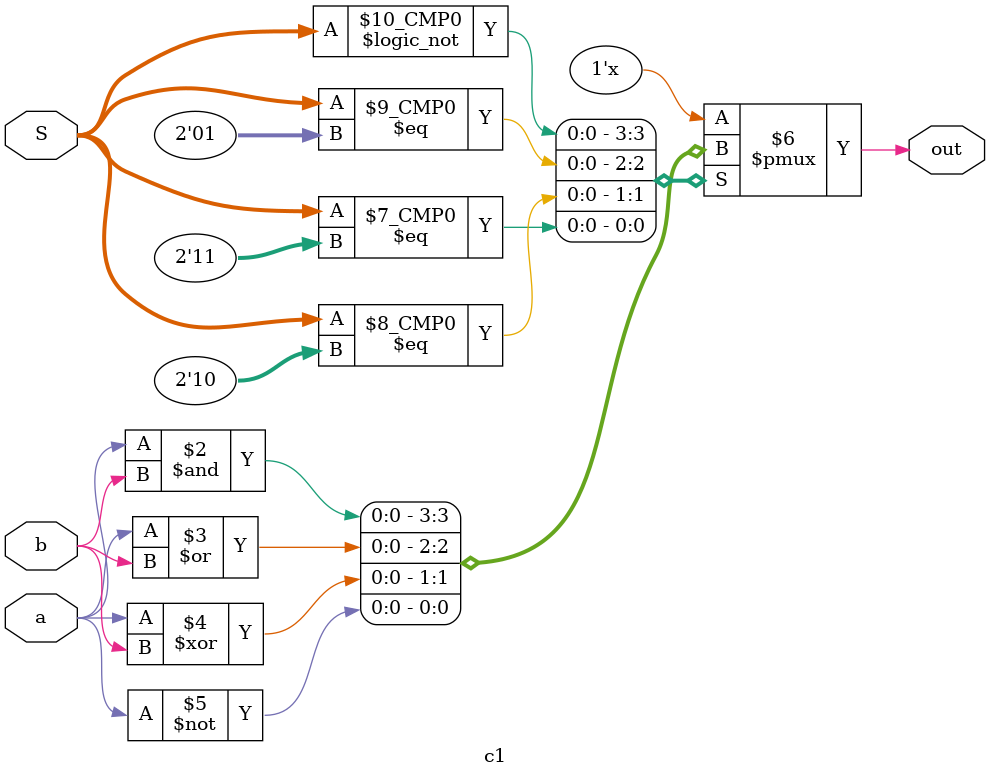
<source format=v>
module c1(output reg out, input wire a, input wire b, input wire [1:0] S); //Con reg out conductual

    always @(a,b,S) 
    begin
        case (S)
            2'b00: out = a & b;  // AND
            2'b01: out = a | b;  // OR
            2'b10: out = a ^ b;  // XOR
            2'b11: out = ~a;     // NOT a
            default: out = 1'b0; // Valor por defecto
        endcase
    end

endmodule

</source>
